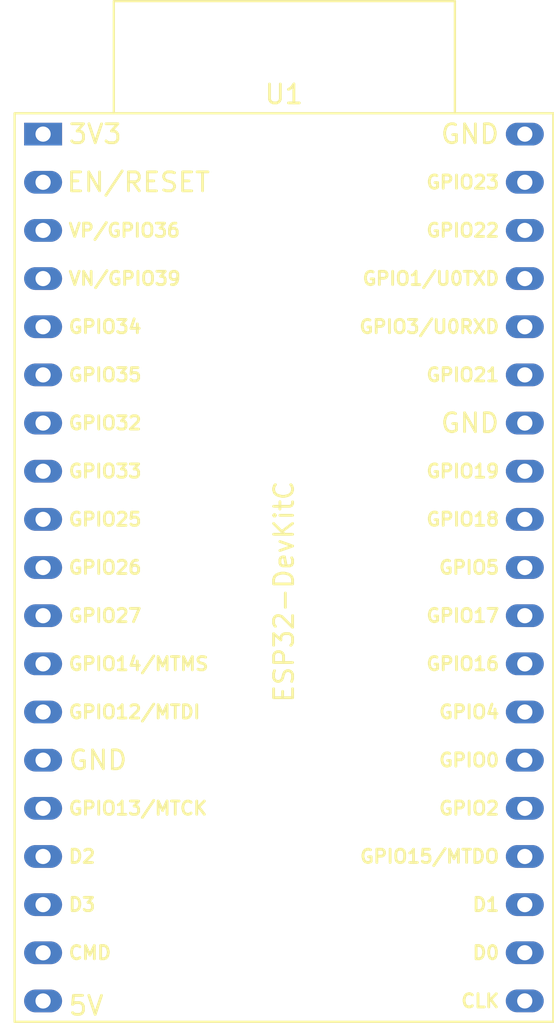
<source format=kicad_pcb>
(kicad_pcb (version 20240108) (generator "pcbnew") (generator_version "8.0")
  (layers (0 "F.Cu" signal) (31 "B.Cu" signal) (34 "B.Paste" user) (35 "F.Paste" user) (36 "B.SilkS" user "B.Silkscreen") (37 "F.SilkS" user "F.Silkscreen") (38 "B.Mask" user) (39 "F.Mask" user) (44 "Edge.Cuts" user))
  (net 0 "")
  (net 34 "GND")
  (net 35 "+3.3V")
  (net 36 "+5V")
  (footprint "PCM_Espressif:ESP32-DevKitC" (layer "F.Cu") (at 94.60368 70.28272)
    (property "Reference" "U1" (at 12.7 -2.1 0) (layer "F.SilkS"))
    (property "Value" "ESP32-DevKitC" (at 12.7 24.13 90) (layer "F.SilkS"))
    (fp_line (start -1.5 46.82) (end 26.899999 46.82) (stroke (width 0.12)) (layer "F.SilkS"))
    (fp_line (start -1.499999 -1.1) (end -1.5 46.82) (stroke (width 0.12)) (layer "F.SilkS"))
    (fp_line (start 3.73012 -7.01312) (end 21.71332 -7.01312) (stroke (width 0.12)) (layer "F.SilkS"))
    (fp_line (start 3.73012 -1.12032) (end 3.73012 -7.01312) (stroke (width 0.12)) (layer "F.SilkS"))
    (fp_line (start 21.71332 -7.01312) (end 21.71332 -1.12032) (stroke (width 0.12)) (layer "F.SilkS"))
    (fp_line (start 26.899999 46.82) (end 26.9 -1.1) (stroke (width 0.12)) (layer "F.SilkS"))
    (fp_line (start 26.9 -1.1) (end -1.499999 -1.1) (stroke (width 0.12)) (layer "F.SilkS"))
    (fp_text user "GPIO26" (at 1.27 22.86 0) (layer "F.SilkS") (effects (font (size 0.7 0.7)) (justify left)))
    (fp_text user "D0" (at 24.13 43.18 0) (layer "F.SilkS") (effects (font (size 0.7 0.7)) (justify right)))
    (fp_text user "GPIO22" (at 24.13 5.08 0) (layer "F.SilkS") (effects (font (size 0.7 0.7)) (justify right)))
    (fp_text user "D2" (at 1.27 38.1 0) (layer "F.SilkS") (effects (font (size 0.7 0.7)) (justify left)))
    (fp_text user "GPIO1/U0TXD" (at 24.13 7.62 0) (layer "F.SilkS") (effects (font (size 0.7 0.7)) (justify right)))
    (fp_text user "GPIO17" (at 24.13 25.4 0) (layer "F.SilkS") (effects (font (size 0.7 0.7)) (justify right)))
    (fp_text user "CLK" (at 24.13 45.72 0) (layer "F.SilkS") (effects (font (size 0.7 0.7)) (justify right)))
    (fp_text user "GND" (at 24.13 15.24 0) (layer "F.SilkS") (effects (justify right)))
    (fp_text user "GPIO2" (at 24.13 35.56 0) (layer "F.SilkS") (effects (font (size 0.7 0.7)) (justify right)))
    (fp_text user "VP/GPIO36" (at 1.27 5.08 0) (layer "F.SilkS") (effects (font (size 0.7 0.7)) (justify left)))
    (fp_text user "GPIO15/MTDO" (at 24.13 38.1 0) (layer "F.SilkS") (effects (font (size 0.7 0.7)) (justify right)))
    (fp_text user "GPIO0" (at 24.13 33.02 0) (layer "F.SilkS") (effects (font (size 0.7 0.7)) (justify right)))
    (fp_text user "GPIO12/MTDI" (at 1.27 30.48 0) (layer "F.SilkS") (effects (font (size 0.7 0.7)) (justify left)))
    (fp_text user "3V3" (at 1.27 0 0) (layer "F.SilkS") (effects (justify left)))
    (fp_text user "GPIO34" (at 1.27 10.16 0) (layer "F.SilkS") (effects (font (size 0.7 0.7)) (justify left)))
    (fp_text user "GPIO35" (at 1.27 12.7 0) (layer "F.SilkS") (effects (font (size 0.7 0.7)) (justify left)))
    (fp_text user "GPIO3/U0RXD" (at 24.13 10.16 0) (layer "F.SilkS") (effects (font (size 0.7 0.7)) (justify right)))
    (fp_text user "GPIO33" (at 1.27 17.78 0) (layer "F.SilkS") (effects (font (size 0.7 0.7)) (justify left)))
    (fp_text user "D1" (at 24.13 40.64 0) (layer "F.SilkS") (effects (font (size 0.7 0.7)) (justify right)))
    (fp_text user "EN/RESET" (at 8.88632 2.53728 0) (layer "F.SilkS") (effects (justify right)))
    (fp_text user "GPIO14/MTMS" (at 1.27 27.94 0) (layer "F.SilkS") (effects (font (size 0.7 0.7)) (justify left)))
    (fp_text user "GPIO23" (at 24.13 2.54 0) (layer "F.SilkS") (effects (font (size 0.7 0.7)) (justify right)))
    (fp_text user "GPIO25" (at 1.27 20.32 0) (layer "F.SilkS") (effects (font (size 0.7 0.7)) (justify left)))
    (fp_text user "GPIO18" (at 24.13 20.32 0) (layer "F.SilkS") (effects (font (size 0.7 0.7)) (justify right)))
    (fp_text user "GPIO27" (at 1.27 25.4 0) (layer "F.SilkS") (effects (font (size 0.7 0.7)) (justify left)))
    (fp_text user "GND" (at 24.13 0 0) (layer "F.SilkS") (effects (justify right)))
    (fp_text user "GPIO13/MTCK" (at 1.27 35.56 0) (layer "F.SilkS") (effects (font (size 0.7 0.7)) (justify left)))
    (fp_text user "GND" (at 1.27 33.02 0) (layer "F.SilkS") (effects (justify left)))
    (fp_text user "GPIO16" (at 24.13 27.94 0) (layer "F.SilkS") (effects (font (size 0.7 0.7)) (justify right)))
    (fp_text user "GPIO19" (at 24.13 17.78 0) (layer "F.SilkS") (effects (font (size 0.7 0.7)) (justify right)))
    (fp_text user "GPIO5" (at 24.13 22.86 0) (layer "F.SilkS") (effects (font (size 0.7 0.7)) (justify right)))
    (fp_text user "D3" (at 1.27 40.64 0) (layer "F.SilkS") (effects (font (size 0.7 0.7)) (justify left)))
    (fp_text user "GPIO4" (at 24.13 30.48 0) (layer "F.SilkS") (effects (font (size 0.7 0.7)) (justify right)))
    (fp_text user "5V" (at 1.26632 45.97128 0) (layer "F.SilkS") (effects (justify left)))
    (fp_text user "GPIO32" (at 1.27 15.24 0) (layer "F.SilkS") (effects (font (size 0.7 0.7)) (justify left)))
    (fp_text user "CMD" (at 1.27 43.18 0) (layer "F.SilkS") (effects (font (size 0.7 0.7)) (justify left)))
    (fp_text user "GPIO21" (at 24.13 12.7 0) (layer "F.SilkS") (effects (font (size 0.7 0.7)) (justify right)))
    (fp_text user "VN/GPIO39" (at 1.27 7.62 0) (layer "F.SilkS") (effects (font (size 0.7 0.7)) (justify left)))
    (pad "1" thru_hole rect (at 0 0 270) (size 1.2 2) (drill 0.8) (layers "*.Cu" "*.Mask") (net 35 "+3.3V"))
    (pad "2" thru_hole oval (at 0 2.54 270) (size 1.2 2) (drill 0.8) (layers "*.Cu" "*.Mask"))
    (pad "3" thru_hole oval (at 0 5.08 270) (size 1.2 2) (drill 0.8) (layers "*.Cu" "*.Mask"))
    (pad "4" thru_hole oval (at 0 7.62 270) (size 1.2 2) (drill 0.8) (layers "*.Cu" "*.Mask"))
    (pad "5" thru_hole oval (at 0 10.16 270) (size 1.2 2) (drill 0.8) (layers "*.Cu" "*.Mask"))
    (pad "6" thru_hole oval (at 0 12.7 270) (size 1.2 2) (drill 0.8) (layers "*.Cu" "*.Mask"))
    (pad "7" thru_hole oval (at 0 15.24 270) (size 1.2 2) (drill 0.8) (layers "*.Cu" "*.Mask"))
    (pad "8" thru_hole oval (at 0 17.78 270) (size 1.2 2) (drill 0.8) (layers "*.Cu" "*.Mask"))
    (pad "9" thru_hole oval (at 0 20.32 270) (size 1.2 2) (drill 0.8) (layers "*.Cu" "*.Mask"))
    (pad "10" thru_hole oval (at 0 22.86 270) (size 1.2 2) (drill 0.8) (layers "*.Cu" "*.Mask"))
    (pad "11" thru_hole oval (at 0 25.4 270) (size 1.2 2) (drill 0.8) (layers "*.Cu" "*.Mask"))
    (pad "12" thru_hole oval (at 0 27.94 270) (size 1.2 2) (drill 0.8) (layers "*.Cu" "*.Mask"))
    (pad "13" thru_hole oval (at 0 30.48 270) (size 1.2 2) (drill 0.8) (layers "*.Cu" "*.Mask"))
    (pad "14" thru_hole oval (at 0 33.02 270) (size 1.2 2) (drill 0.8) (layers "*.Cu" "*.Mask") (net 34 "GND"))
    (pad "15" thru_hole oval (at 0 35.56 270) (size 1.2 2) (drill 0.8) (layers "*.Cu" "*.Mask"))
    (pad "16" thru_hole oval (at 0 38.1 270) (size 1.2 2) (drill 0.8) (layers "*.Cu" "*.Mask"))
    (pad "17" thru_hole oval (at 0 40.64 270) (size 1.2 2) (drill 0.8) (layers "*.Cu" "*.Mask"))
    (pad "18" thru_hole oval (at 0 43.18 270) (size 1.2 2) (drill 0.8) (layers "*.Cu" "*.Mask"))
    (pad "19" thru_hole oval (at 0 45.72 270) (size 1.2 2) (drill 0.8) (layers "*.Cu" "*.Mask") (net 36 "+5V"))
    (pad "20" thru_hole oval (at 25.39632 45.71728 270) (size 1.2 2) (drill 0.8) (layers "*.Cu" "*.Mask"))
    (pad "21" thru_hole oval (at 25.39632 43.17728 270) (size 1.2 2) (drill 0.8) (layers "*.Cu" "*.Mask"))
    (pad "22" thru_hole oval (at 25.4 40.64 270) (size 1.2 2) (drill 0.8) (layers "*.Cu" "*.Mask"))
    (pad "23" thru_hole oval (at 25.4 38.1 270) (size 1.2 2) (drill 0.8) (layers "*.Cu" "*.Mask"))
    (pad "24" thru_hole oval (at 25.4 35.56 270) (size 1.2 2) (drill 0.8) (layers "*.Cu" "*.Mask"))
    (pad "25" thru_hole oval (at 25.4 33.02 270) (size 1.2 2) (drill 0.8) (layers "*.Cu" "*.Mask"))
    (pad "26" thru_hole oval (at 25.4 30.48 270) (size 1.2 2) (drill 0.8) (layers "*.Cu" "*.Mask"))
    (pad "27" thru_hole oval (at 25.4 27.94 270) (size 1.2 2) (drill 0.8) (layers "*.Cu" "*.Mask"))
    (pad "28" thru_hole oval (at 25.4 25.4 270) (size 1.2 2) (drill 0.8) (layers "*.Cu" "*.Mask"))
    (pad "29" thru_hole oval (at 25.4 22.86 270) (size 1.2 2) (drill 0.8) (layers "*.Cu" "*.Mask"))
    (pad "30" thru_hole oval (at 25.4 20.32 270) (size 1.2 2) (drill 0.8) (layers "*.Cu" "*.Mask"))
    (pad "31" thru_hole oval (at 25.4 17.78 270) (size 1.2 2) (drill 0.8) (layers "*.Cu" "*.Mask"))
    (pad "32" thru_hole oval (at 25.4 15.24 270) (size 1.2 2) (drill 0.8) (layers "*.Cu" "*.Mask") (net 34 "GND"))
    (pad "33" thru_hole oval (at 25.4 12.7 270) (size 1.2 2) (drill 0.8) (layers "*.Cu" "*.Mask"))
    (pad "34" thru_hole oval (at 25.4 10.16 270) (size 1.2 2) (drill 0.8) (layers "*.Cu" "*.Mask"))
    (pad "35" thru_hole oval (at 25.4 7.62 270) (size 1.2 2) (drill 0.8) (layers "*.Cu" "*.Mask"))
    (pad "36" thru_hole oval (at 25.4 5.08 270) (size 1.2 2) (drill 0.8) (layers "*.Cu" "*.Mask"))
    (pad "37" thru_hole oval (at 25.4 2.54 270) (size 1.2 2) (drill 0.8) (layers "*.Cu" "*.Mask"))
    (pad "38" thru_hole oval (at 25.4 0 270) (size 1.2 2) (drill 0.8) (layers "*.Cu" "*.Mask") (net 34 "GND"))
  )
)
</source>
